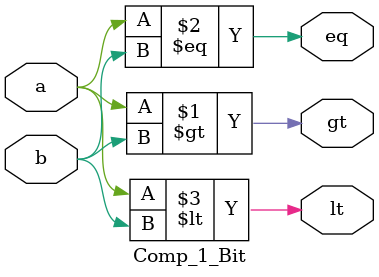
<source format=v>
module Comp_1_Bit(a, b, gt, eq, lt);
	
	input a, b;
	output gt, eq, lt;

	assign gt = a > b;
	assign eq = a == b;
	assign lt = a < b;

endmodule

</source>
